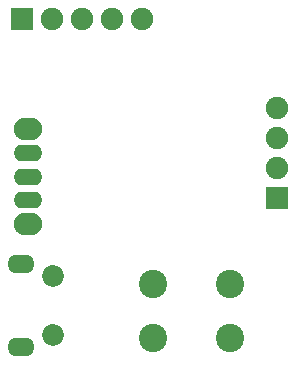
<source format=gbr>
G04 #@! TF.GenerationSoftware,KiCad,Pcbnew,5.0.0-fee4fd1~66~ubuntu18.04.1*
G04 #@! TF.CreationDate,2018-08-25T15:06:22-04:00*
G04 #@! TF.ProjectId,RGB Pulse Blinky,5247422050756C736520426C696E6B79,1*
G04 #@! TF.SameCoordinates,Original*
G04 #@! TF.FileFunction,Soldermask,Bot*
G04 #@! TF.FilePolarity,Negative*
%FSLAX46Y46*%
G04 Gerber Fmt 4.6, Leading zero omitted, Abs format (unit mm)*
G04 Created by KiCad (PCBNEW 5.0.0-fee4fd1~66~ubuntu18.04.1) date Sat Aug 25 15:06:22 2018*
%MOMM*%
%LPD*%
G01*
G04 APERTURE LIST*
%ADD10O,2.300000X1.600000*%
%ADD11C,1.850000*%
%ADD12C,1.900000*%
%ADD13R,1.900000X1.900000*%
%ADD14O,2.400000X1.900000*%
%ADD15O,2.400000X1.400000*%
%ADD16C,2.400000*%
G04 APERTURE END LIST*
D10*
G04 #@! TO.C,J1*
X132492000Y-131770000D03*
X132492000Y-124770000D03*
D11*
X135192000Y-130770000D03*
X135192000Y-125770000D03*
G04 #@! TD*
D12*
G04 #@! TO.C,J2*
X142782000Y-104050000D03*
X140242000Y-104050000D03*
X137702000Y-104050000D03*
X135162000Y-104050000D03*
D13*
X132622000Y-104050000D03*
G04 #@! TD*
D12*
G04 #@! TO.C,J3*
X154212000Y-111540000D03*
X154212000Y-114080000D03*
X154212000Y-116620000D03*
D13*
X154212000Y-119160000D03*
G04 #@! TD*
D14*
G04 #@! TO.C,SW1*
X133096000Y-121348000D03*
D15*
X133096000Y-119348000D03*
X133096000Y-117348000D03*
X133096000Y-115348000D03*
D14*
X133096000Y-113348000D03*
G04 #@! TD*
D16*
G04 #@! TO.C,SW2*
X143682000Y-126480000D03*
X143682000Y-130980000D03*
X150182000Y-126480000D03*
X150182000Y-130980000D03*
G04 #@! TD*
M02*

</source>
